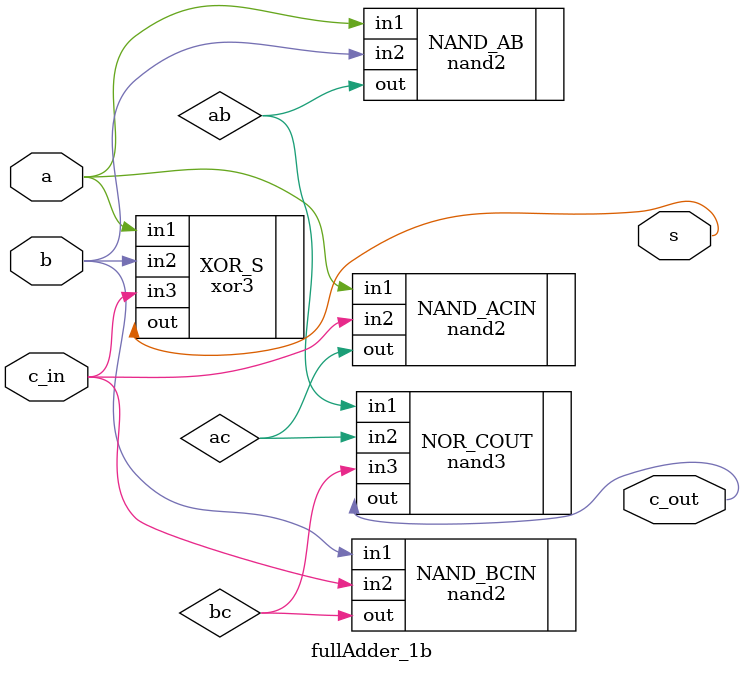
<source format=v>
/*
    CS/ECE 552 FALL '22
    Homework #2, Problem 1
    
    a 1-bit full adder
*/
module fullAdder_1b(s, c_out, a, b, c_in);
    output s;
    output c_out;
    input  a, b;
    input  c_in;

    // YOUR CODE HERE
    wire ab, ac, bc;
    
    xor3 XOR_S(.out(s), .in1(a), .in2(b), .in3(c_in));
    
    nand2 NAND_AB(.out(ab), .in1(a), .in2(b));
	nand2 NAND_ACIN(.out(ac), .in1(a), .in2(c_in));
	nand2 NAND_BCIN(.out(bc), .in1(b), .in2(c_in));
	nand3 NOR_COUT(.out(c_out), .in1(ab), .in2(ac), .in3(bc));

endmodule

</source>
